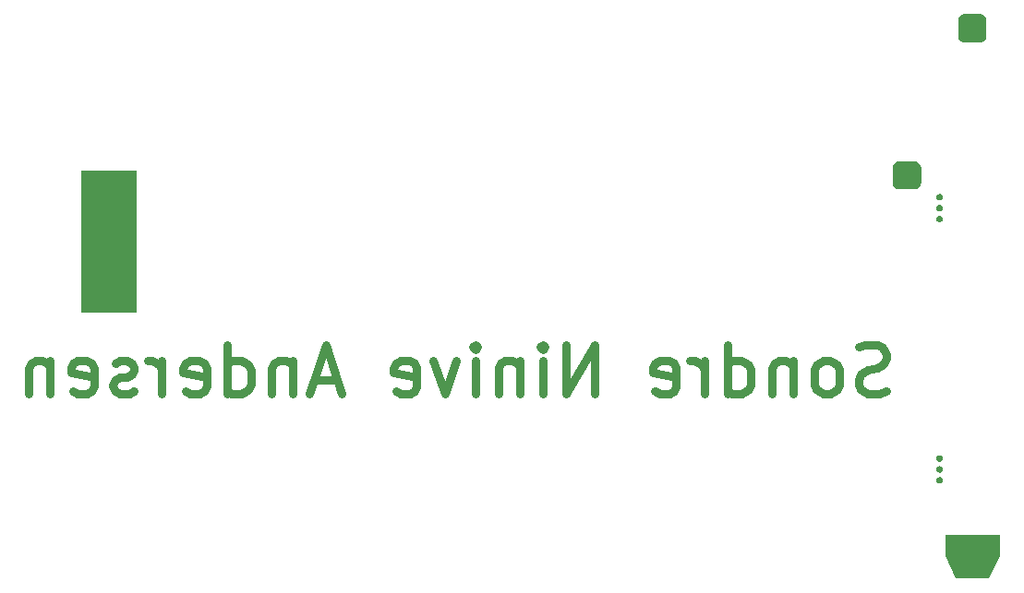
<source format=gbr>
G04 #@! TF.GenerationSoftware,KiCad,Pcbnew,(5.1.0)-1*
G04 #@! TF.CreationDate,2019-04-03T23:27:00+02:00*
G04 #@! TF.ProjectId,BusinessSynth,42757369-6e65-4737-9353-796e74682e6b,rev?*
G04 #@! TF.SameCoordinates,Original*
G04 #@! TF.FileFunction,Soldermask,Bot*
G04 #@! TF.FilePolarity,Negative*
%FSLAX46Y46*%
G04 Gerber Fmt 4.6, Leading zero omitted, Abs format (unit mm)*
G04 Created by KiCad (PCBNEW (5.1.0)-1) date 2019-04-03 23:27:00*
%MOMM*%
%LPD*%
G04 APERTURE LIST*
%ADD10C,0.800000*%
%ADD11C,0.100000*%
G04 APERTURE END LIST*
D10*
X185622857Y-105821428D02*
X184980000Y-106035714D01*
X183908571Y-106035714D01*
X183480000Y-105821428D01*
X183265714Y-105607142D01*
X183051428Y-105178571D01*
X183051428Y-104750000D01*
X183265714Y-104321428D01*
X183480000Y-104107142D01*
X183908571Y-103892857D01*
X184765714Y-103678571D01*
X185194285Y-103464285D01*
X185408571Y-103250000D01*
X185622857Y-102821428D01*
X185622857Y-102392857D01*
X185408571Y-101964285D01*
X185194285Y-101750000D01*
X184765714Y-101535714D01*
X183694285Y-101535714D01*
X183051428Y-101750000D01*
X180480000Y-106035714D02*
X180908571Y-105821428D01*
X181122857Y-105607142D01*
X181337142Y-105178571D01*
X181337142Y-103892857D01*
X181122857Y-103464285D01*
X180908571Y-103250000D01*
X180480000Y-103035714D01*
X179837142Y-103035714D01*
X179408571Y-103250000D01*
X179194285Y-103464285D01*
X178980000Y-103892857D01*
X178980000Y-105178571D01*
X179194285Y-105607142D01*
X179408571Y-105821428D01*
X179837142Y-106035714D01*
X180480000Y-106035714D01*
X177051428Y-103035714D02*
X177051428Y-106035714D01*
X177051428Y-103464285D02*
X176837142Y-103250000D01*
X176408571Y-103035714D01*
X175765714Y-103035714D01*
X175337142Y-103250000D01*
X175122857Y-103678571D01*
X175122857Y-106035714D01*
X171051428Y-106035714D02*
X171051428Y-101535714D01*
X171051428Y-105821428D02*
X171480000Y-106035714D01*
X172337142Y-106035714D01*
X172765714Y-105821428D01*
X172980000Y-105607142D01*
X173194285Y-105178571D01*
X173194285Y-103892857D01*
X172980000Y-103464285D01*
X172765714Y-103250000D01*
X172337142Y-103035714D01*
X171480000Y-103035714D01*
X171051428Y-103250000D01*
X168908571Y-106035714D02*
X168908571Y-103035714D01*
X168908571Y-103892857D02*
X168694285Y-103464285D01*
X168480000Y-103250000D01*
X168051428Y-103035714D01*
X167622857Y-103035714D01*
X164408571Y-105821428D02*
X164837142Y-106035714D01*
X165694285Y-106035714D01*
X166122857Y-105821428D01*
X166337142Y-105392857D01*
X166337142Y-103678571D01*
X166122857Y-103250000D01*
X165694285Y-103035714D01*
X164837142Y-103035714D01*
X164408571Y-103250000D01*
X164194285Y-103678571D01*
X164194285Y-104107142D01*
X166337142Y-104535714D01*
X158837142Y-106035714D02*
X158837142Y-101535714D01*
X156265714Y-106035714D01*
X156265714Y-101535714D01*
X154122857Y-106035714D02*
X154122857Y-103035714D01*
X154122857Y-101535714D02*
X154337142Y-101750000D01*
X154122857Y-101964285D01*
X153908571Y-101750000D01*
X154122857Y-101535714D01*
X154122857Y-101964285D01*
X151980000Y-103035714D02*
X151980000Y-106035714D01*
X151980000Y-103464285D02*
X151765714Y-103250000D01*
X151337142Y-103035714D01*
X150694285Y-103035714D01*
X150265714Y-103250000D01*
X150051428Y-103678571D01*
X150051428Y-106035714D01*
X147908571Y-106035714D02*
X147908571Y-103035714D01*
X147908571Y-101535714D02*
X148122857Y-101750000D01*
X147908571Y-101964285D01*
X147694285Y-101750000D01*
X147908571Y-101535714D01*
X147908571Y-101964285D01*
X146194285Y-103035714D02*
X145122857Y-106035714D01*
X144051428Y-103035714D01*
X140622857Y-105821428D02*
X141051428Y-106035714D01*
X141908571Y-106035714D01*
X142337142Y-105821428D01*
X142551428Y-105392857D01*
X142551428Y-103678571D01*
X142337142Y-103250000D01*
X141908571Y-103035714D01*
X141051428Y-103035714D01*
X140622857Y-103250000D01*
X140408571Y-103678571D01*
X140408571Y-104107142D01*
X142551428Y-104535714D01*
X135265714Y-104750000D02*
X133122857Y-104750000D01*
X135694285Y-106035714D02*
X134194285Y-101535714D01*
X132694285Y-106035714D01*
X131194285Y-103035714D02*
X131194285Y-106035714D01*
X131194285Y-103464285D02*
X130980000Y-103250000D01*
X130551428Y-103035714D01*
X129908571Y-103035714D01*
X129480000Y-103250000D01*
X129265714Y-103678571D01*
X129265714Y-106035714D01*
X125194285Y-106035714D02*
X125194285Y-101535714D01*
X125194285Y-105821428D02*
X125622857Y-106035714D01*
X126480000Y-106035714D01*
X126908571Y-105821428D01*
X127122857Y-105607142D01*
X127337142Y-105178571D01*
X127337142Y-103892857D01*
X127122857Y-103464285D01*
X126908571Y-103250000D01*
X126480000Y-103035714D01*
X125622857Y-103035714D01*
X125194285Y-103250000D01*
X121337142Y-105821428D02*
X121765714Y-106035714D01*
X122622857Y-106035714D01*
X123051428Y-105821428D01*
X123265714Y-105392857D01*
X123265714Y-103678571D01*
X123051428Y-103250000D01*
X122622857Y-103035714D01*
X121765714Y-103035714D01*
X121337142Y-103250000D01*
X121122857Y-103678571D01*
X121122857Y-104107142D01*
X123265714Y-104535714D01*
X119194285Y-106035714D02*
X119194285Y-103035714D01*
X119194285Y-103892857D02*
X118980000Y-103464285D01*
X118765714Y-103250000D01*
X118337142Y-103035714D01*
X117908571Y-103035714D01*
X116622857Y-105821428D02*
X116194285Y-106035714D01*
X115337142Y-106035714D01*
X114908571Y-105821428D01*
X114694285Y-105392857D01*
X114694285Y-105178571D01*
X114908571Y-104750000D01*
X115337142Y-104535714D01*
X115980000Y-104535714D01*
X116408571Y-104321428D01*
X116622857Y-103892857D01*
X116622857Y-103678571D01*
X116408571Y-103250000D01*
X115980000Y-103035714D01*
X115337142Y-103035714D01*
X114908571Y-103250000D01*
X111051428Y-105821428D02*
X111480000Y-106035714D01*
X112337142Y-106035714D01*
X112765714Y-105821428D01*
X112980000Y-105392857D01*
X112980000Y-103678571D01*
X112765714Y-103250000D01*
X112337142Y-103035714D01*
X111480000Y-103035714D01*
X111051428Y-103250000D01*
X110837142Y-103678571D01*
X110837142Y-104107142D01*
X112980000Y-104535714D01*
X108908571Y-103035714D02*
X108908571Y-106035714D01*
X108908571Y-103464285D02*
X108694285Y-103250000D01*
X108265714Y-103035714D01*
X107622857Y-103035714D01*
X107194285Y-103250000D01*
X106980000Y-103678571D01*
X106980000Y-106035714D01*
D11*
G36*
X196000000Y-121000000D02*
G01*
X195000000Y-123000000D01*
X192000000Y-123000000D01*
X191000000Y-121000000D01*
X191000000Y-119000000D01*
X196000000Y-119000000D01*
X196000000Y-121000000D01*
X196000000Y-121000000D01*
G37*
G36*
X190587797Y-113710567D02*
G01*
X190642575Y-113733257D01*
X190642577Y-113733258D01*
X190691876Y-113766198D01*
X190733802Y-113808124D01*
X190766742Y-113857423D01*
X190766743Y-113857425D01*
X190789433Y-113912203D01*
X190801000Y-113970353D01*
X190801000Y-114029647D01*
X190789433Y-114087797D01*
X190766743Y-114142575D01*
X190766742Y-114142577D01*
X190733802Y-114191876D01*
X190691876Y-114233802D01*
X190642577Y-114266742D01*
X190642576Y-114266743D01*
X190642575Y-114266743D01*
X190587797Y-114289433D01*
X190529647Y-114301000D01*
X190470353Y-114301000D01*
X190412203Y-114289433D01*
X190357425Y-114266743D01*
X190357424Y-114266743D01*
X190357423Y-114266742D01*
X190308124Y-114233802D01*
X190266198Y-114191876D01*
X190233258Y-114142577D01*
X190233257Y-114142575D01*
X190210567Y-114087797D01*
X190199000Y-114029647D01*
X190199000Y-113970353D01*
X190210567Y-113912203D01*
X190233257Y-113857425D01*
X190233258Y-113857423D01*
X190266198Y-113808124D01*
X190308124Y-113766198D01*
X190357423Y-113733258D01*
X190357425Y-113733257D01*
X190412203Y-113710567D01*
X190470353Y-113699000D01*
X190529647Y-113699000D01*
X190587797Y-113710567D01*
X190587797Y-113710567D01*
G37*
G36*
X190587797Y-112710567D02*
G01*
X190642575Y-112733257D01*
X190642577Y-112733258D01*
X190691876Y-112766198D01*
X190733802Y-112808124D01*
X190766742Y-112857423D01*
X190766743Y-112857425D01*
X190789433Y-112912203D01*
X190801000Y-112970353D01*
X190801000Y-113029647D01*
X190789433Y-113087797D01*
X190766743Y-113142575D01*
X190766742Y-113142577D01*
X190733802Y-113191876D01*
X190691876Y-113233802D01*
X190642577Y-113266742D01*
X190642576Y-113266743D01*
X190642575Y-113266743D01*
X190587797Y-113289433D01*
X190529647Y-113301000D01*
X190470353Y-113301000D01*
X190412203Y-113289433D01*
X190357425Y-113266743D01*
X190357424Y-113266743D01*
X190357423Y-113266742D01*
X190308124Y-113233802D01*
X190266198Y-113191876D01*
X190233258Y-113142577D01*
X190233257Y-113142575D01*
X190210567Y-113087797D01*
X190199000Y-113029647D01*
X190199000Y-112970353D01*
X190210567Y-112912203D01*
X190233257Y-112857425D01*
X190233258Y-112857423D01*
X190266198Y-112808124D01*
X190308124Y-112766198D01*
X190357423Y-112733258D01*
X190357425Y-112733257D01*
X190412203Y-112710567D01*
X190470353Y-112699000D01*
X190529647Y-112699000D01*
X190587797Y-112710567D01*
X190587797Y-112710567D01*
G37*
G36*
X190587797Y-111710567D02*
G01*
X190642575Y-111733257D01*
X190642577Y-111733258D01*
X190691876Y-111766198D01*
X190733802Y-111808124D01*
X190766742Y-111857423D01*
X190766743Y-111857425D01*
X190789433Y-111912203D01*
X190801000Y-111970353D01*
X190801000Y-112029647D01*
X190789433Y-112087797D01*
X190766743Y-112142575D01*
X190766742Y-112142577D01*
X190733802Y-112191876D01*
X190691876Y-112233802D01*
X190642577Y-112266742D01*
X190642576Y-112266743D01*
X190642575Y-112266743D01*
X190587797Y-112289433D01*
X190529647Y-112301000D01*
X190470353Y-112301000D01*
X190412203Y-112289433D01*
X190357425Y-112266743D01*
X190357424Y-112266743D01*
X190357423Y-112266742D01*
X190308124Y-112233802D01*
X190266198Y-112191876D01*
X190233258Y-112142577D01*
X190233257Y-112142575D01*
X190210567Y-112087797D01*
X190199000Y-112029647D01*
X190199000Y-111970353D01*
X190210567Y-111912203D01*
X190233257Y-111857425D01*
X190233258Y-111857423D01*
X190266198Y-111808124D01*
X190308124Y-111766198D01*
X190357423Y-111733258D01*
X190357425Y-111733257D01*
X190412203Y-111710567D01*
X190470353Y-111699000D01*
X190529647Y-111699000D01*
X190587797Y-111710567D01*
X190587797Y-111710567D01*
G37*
G36*
X116901000Y-98651000D02*
G01*
X111799000Y-98651000D01*
X111799000Y-85549000D01*
X116901000Y-85549000D01*
X116901000Y-98651000D01*
X116901000Y-98651000D01*
G37*
G36*
X190587797Y-89710567D02*
G01*
X190642575Y-89733257D01*
X190642577Y-89733258D01*
X190691876Y-89766198D01*
X190733802Y-89808124D01*
X190766742Y-89857423D01*
X190766743Y-89857425D01*
X190789433Y-89912203D01*
X190801000Y-89970353D01*
X190801000Y-90029647D01*
X190789433Y-90087797D01*
X190766743Y-90142575D01*
X190766742Y-90142577D01*
X190733802Y-90191876D01*
X190691876Y-90233802D01*
X190642577Y-90266742D01*
X190642576Y-90266743D01*
X190642575Y-90266743D01*
X190587797Y-90289433D01*
X190529647Y-90301000D01*
X190470353Y-90301000D01*
X190412203Y-90289433D01*
X190357425Y-90266743D01*
X190357424Y-90266743D01*
X190357423Y-90266742D01*
X190308124Y-90233802D01*
X190266198Y-90191876D01*
X190233258Y-90142577D01*
X190233257Y-90142575D01*
X190210567Y-90087797D01*
X190199000Y-90029647D01*
X190199000Y-89970353D01*
X190210567Y-89912203D01*
X190233257Y-89857425D01*
X190233258Y-89857423D01*
X190266198Y-89808124D01*
X190308124Y-89766198D01*
X190357423Y-89733258D01*
X190357425Y-89733257D01*
X190412203Y-89710567D01*
X190470353Y-89699000D01*
X190529647Y-89699000D01*
X190587797Y-89710567D01*
X190587797Y-89710567D01*
G37*
G36*
X190587797Y-88710567D02*
G01*
X190642575Y-88733257D01*
X190642577Y-88733258D01*
X190691876Y-88766198D01*
X190733802Y-88808124D01*
X190766742Y-88857423D01*
X190766743Y-88857425D01*
X190789433Y-88912203D01*
X190801000Y-88970353D01*
X190801000Y-89029647D01*
X190789433Y-89087797D01*
X190766743Y-89142575D01*
X190766742Y-89142577D01*
X190733802Y-89191876D01*
X190691876Y-89233802D01*
X190642577Y-89266742D01*
X190642576Y-89266743D01*
X190642575Y-89266743D01*
X190587797Y-89289433D01*
X190529647Y-89301000D01*
X190470353Y-89301000D01*
X190412203Y-89289433D01*
X190357425Y-89266743D01*
X190357424Y-89266743D01*
X190357423Y-89266742D01*
X190308124Y-89233802D01*
X190266198Y-89191876D01*
X190233258Y-89142577D01*
X190233257Y-89142575D01*
X190210567Y-89087797D01*
X190199000Y-89029647D01*
X190199000Y-88970353D01*
X190210567Y-88912203D01*
X190233257Y-88857425D01*
X190233258Y-88857423D01*
X190266198Y-88808124D01*
X190308124Y-88766198D01*
X190357423Y-88733258D01*
X190357425Y-88733257D01*
X190412203Y-88710567D01*
X190470353Y-88699000D01*
X190529647Y-88699000D01*
X190587797Y-88710567D01*
X190587797Y-88710567D01*
G37*
G36*
X190587797Y-87710567D02*
G01*
X190642575Y-87733257D01*
X190642577Y-87733258D01*
X190691876Y-87766198D01*
X190733802Y-87808124D01*
X190766742Y-87857423D01*
X190766743Y-87857425D01*
X190789433Y-87912203D01*
X190801000Y-87970353D01*
X190801000Y-88029647D01*
X190789433Y-88087797D01*
X190766743Y-88142575D01*
X190766742Y-88142577D01*
X190733802Y-88191876D01*
X190691876Y-88233802D01*
X190642577Y-88266742D01*
X190642576Y-88266743D01*
X190642575Y-88266743D01*
X190587797Y-88289433D01*
X190529647Y-88301000D01*
X190470353Y-88301000D01*
X190412203Y-88289433D01*
X190357425Y-88266743D01*
X190357424Y-88266743D01*
X190357423Y-88266742D01*
X190308124Y-88233802D01*
X190266198Y-88191876D01*
X190233258Y-88142577D01*
X190233257Y-88142575D01*
X190210567Y-88087797D01*
X190199000Y-88029647D01*
X190199000Y-87970353D01*
X190210567Y-87912203D01*
X190233257Y-87857425D01*
X190233258Y-87857423D01*
X190266198Y-87808124D01*
X190308124Y-87766198D01*
X190357423Y-87733258D01*
X190357425Y-87733257D01*
X190412203Y-87710567D01*
X190470353Y-87699000D01*
X190529647Y-87699000D01*
X190587797Y-87710567D01*
X190587797Y-87710567D01*
G37*
G36*
X188327400Y-84711208D02*
G01*
X188437570Y-84744628D01*
X188539089Y-84798891D01*
X188628078Y-84871922D01*
X188701109Y-84960911D01*
X188755372Y-85062430D01*
X188788792Y-85172600D01*
X188800680Y-85293300D01*
X188800680Y-86706700D01*
X188788792Y-86827400D01*
X188755372Y-86937570D01*
X188701109Y-87039089D01*
X188628078Y-87128078D01*
X188539089Y-87201109D01*
X188437570Y-87255372D01*
X188327400Y-87288792D01*
X188206700Y-87300680D01*
X186793300Y-87300680D01*
X186672600Y-87288792D01*
X186562430Y-87255372D01*
X186460911Y-87201109D01*
X186371922Y-87128078D01*
X186298891Y-87039089D01*
X186244628Y-86937570D01*
X186211208Y-86827400D01*
X186199320Y-86706700D01*
X186199320Y-85293300D01*
X186211208Y-85172600D01*
X186244628Y-85062430D01*
X186298891Y-84960911D01*
X186371922Y-84871922D01*
X186460911Y-84798891D01*
X186562430Y-84744628D01*
X186672600Y-84711208D01*
X186793300Y-84699320D01*
X188206700Y-84699320D01*
X188327400Y-84711208D01*
X188327400Y-84711208D01*
G37*
G36*
X194327400Y-71211208D02*
G01*
X194437570Y-71244628D01*
X194539089Y-71298891D01*
X194628078Y-71371922D01*
X194701109Y-71460911D01*
X194755372Y-71562430D01*
X194788792Y-71672600D01*
X194800680Y-71793300D01*
X194800680Y-73206700D01*
X194788792Y-73327400D01*
X194755372Y-73437570D01*
X194701109Y-73539089D01*
X194628078Y-73628078D01*
X194539089Y-73701109D01*
X194437570Y-73755372D01*
X194327400Y-73788792D01*
X194206700Y-73800680D01*
X192793300Y-73800680D01*
X192672600Y-73788792D01*
X192562430Y-73755372D01*
X192460911Y-73701109D01*
X192371922Y-73628078D01*
X192298891Y-73539089D01*
X192244628Y-73437570D01*
X192211208Y-73327400D01*
X192199320Y-73206700D01*
X192199320Y-71793300D01*
X192211208Y-71672600D01*
X192244628Y-71562430D01*
X192298891Y-71460911D01*
X192371922Y-71371922D01*
X192460911Y-71298891D01*
X192562430Y-71244628D01*
X192672600Y-71211208D01*
X192793300Y-71199320D01*
X194206700Y-71199320D01*
X194327400Y-71211208D01*
X194327400Y-71211208D01*
G37*
M02*

</source>
